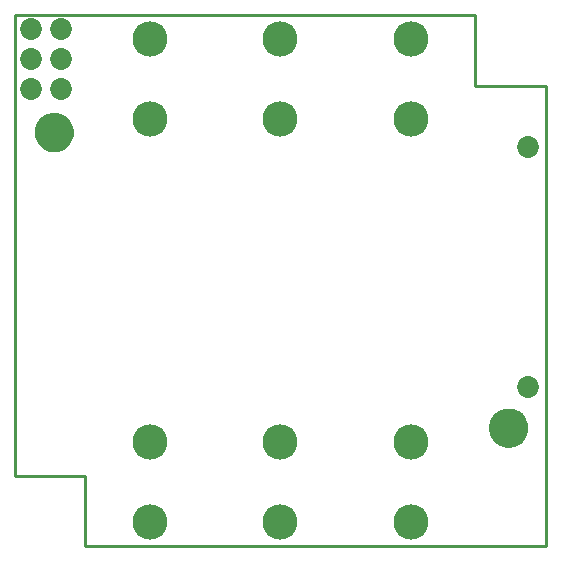
<source format=gbr>
G04 EAGLE Gerber RS-274X export*
G75*
%MOMM*%
%FSLAX34Y34*%
%LPD*%
%INSoldermask Bottom*%
%IPPOS*%
%AMOC8*
5,1,8,0,0,1.08239X$1,22.5*%
G01*
%ADD10C,3.251200*%
%ADD11C,1.853200*%
%ADD12C,2.978200*%
%ADD13C,0.254000*%


D10*
X417830Y100330D03*
X33020Y350520D03*
D11*
X434340Y337820D03*
X434340Y134620D03*
D12*
X114300Y361790D03*
X114300Y87790D03*
X114300Y429290D03*
X114300Y20290D03*
X224790Y361790D03*
X224790Y87790D03*
X224790Y429290D03*
X224790Y20290D03*
X335280Y361790D03*
X335280Y87790D03*
X335280Y429290D03*
X335280Y20290D03*
D11*
X39370Y438150D03*
X39370Y412750D03*
X39370Y387350D03*
X13970Y438150D03*
X13970Y412750D03*
X13970Y387350D03*
D13*
X0Y59690D02*
X59690Y59690D01*
X59690Y0D01*
X449580Y0D01*
X449580Y389890D01*
X389890Y389890D01*
X389890Y449580D01*
X0Y449580D01*
X0Y59690D01*
X433070Y99786D02*
X432992Y98700D01*
X432837Y97622D01*
X432606Y96559D01*
X432299Y95514D01*
X431919Y94494D01*
X431467Y93504D01*
X430945Y92549D01*
X430356Y91633D01*
X429704Y90761D01*
X428991Y89939D01*
X428221Y89169D01*
X427399Y88456D01*
X426527Y87804D01*
X425611Y87215D01*
X424656Y86693D01*
X423666Y86241D01*
X422646Y85861D01*
X421601Y85554D01*
X420538Y85323D01*
X419460Y85168D01*
X418374Y85090D01*
X417286Y85090D01*
X416200Y85168D01*
X415122Y85323D01*
X414059Y85554D01*
X413014Y85861D01*
X411994Y86241D01*
X411004Y86693D01*
X410049Y87215D01*
X409133Y87804D01*
X408261Y88456D01*
X407439Y89169D01*
X406669Y89939D01*
X405956Y90761D01*
X405304Y91633D01*
X404715Y92549D01*
X404193Y93504D01*
X403741Y94494D01*
X403361Y95514D01*
X403054Y96559D01*
X402823Y97622D01*
X402668Y98700D01*
X402590Y99786D01*
X402590Y100874D01*
X402668Y101960D01*
X402823Y103038D01*
X403054Y104101D01*
X403361Y105146D01*
X403741Y106166D01*
X404193Y107156D01*
X404715Y108111D01*
X405304Y109027D01*
X405956Y109899D01*
X406669Y110721D01*
X407439Y111491D01*
X408261Y112204D01*
X409133Y112856D01*
X410049Y113445D01*
X411004Y113967D01*
X411994Y114419D01*
X413014Y114799D01*
X414059Y115106D01*
X415122Y115337D01*
X416200Y115492D01*
X417286Y115570D01*
X418374Y115570D01*
X419460Y115492D01*
X420538Y115337D01*
X421601Y115106D01*
X422646Y114799D01*
X423666Y114419D01*
X424656Y113967D01*
X425611Y113445D01*
X426527Y112856D01*
X427399Y112204D01*
X428221Y111491D01*
X428991Y110721D01*
X429704Y109899D01*
X430356Y109027D01*
X430945Y108111D01*
X431467Y107156D01*
X431919Y106166D01*
X432299Y105146D01*
X432606Y104101D01*
X432837Y103038D01*
X432992Y101960D01*
X433070Y100874D01*
X433070Y99786D01*
X48260Y349976D02*
X48182Y348890D01*
X48027Y347812D01*
X47796Y346749D01*
X47489Y345704D01*
X47109Y344684D01*
X46657Y343694D01*
X46135Y342739D01*
X45546Y341823D01*
X44894Y340951D01*
X44181Y340129D01*
X43411Y339359D01*
X42589Y338646D01*
X41717Y337994D01*
X40801Y337405D01*
X39846Y336883D01*
X38856Y336431D01*
X37836Y336051D01*
X36791Y335744D01*
X35728Y335513D01*
X34650Y335358D01*
X33564Y335280D01*
X32476Y335280D01*
X31390Y335358D01*
X30312Y335513D01*
X29249Y335744D01*
X28204Y336051D01*
X27184Y336431D01*
X26194Y336883D01*
X25239Y337405D01*
X24323Y337994D01*
X23451Y338646D01*
X22629Y339359D01*
X21859Y340129D01*
X21146Y340951D01*
X20494Y341823D01*
X19905Y342739D01*
X19383Y343694D01*
X18931Y344684D01*
X18551Y345704D01*
X18244Y346749D01*
X18013Y347812D01*
X17858Y348890D01*
X17780Y349976D01*
X17780Y351064D01*
X17858Y352150D01*
X18013Y353228D01*
X18244Y354291D01*
X18551Y355336D01*
X18931Y356356D01*
X19383Y357346D01*
X19905Y358301D01*
X20494Y359217D01*
X21146Y360089D01*
X21859Y360911D01*
X22629Y361681D01*
X23451Y362394D01*
X24323Y363046D01*
X25239Y363635D01*
X26194Y364157D01*
X27184Y364609D01*
X28204Y364989D01*
X29249Y365296D01*
X30312Y365527D01*
X31390Y365682D01*
X32476Y365760D01*
X33564Y365760D01*
X34650Y365682D01*
X35728Y365527D01*
X36791Y365296D01*
X37836Y364989D01*
X38856Y364609D01*
X39846Y364157D01*
X40801Y363635D01*
X41717Y363046D01*
X42589Y362394D01*
X43411Y361681D01*
X44181Y360911D01*
X44894Y360089D01*
X45546Y359217D01*
X46135Y358301D01*
X46657Y357346D01*
X47109Y356356D01*
X47489Y355336D01*
X47796Y354291D01*
X48027Y353228D01*
X48182Y352150D01*
X48260Y351064D01*
X48260Y349976D01*
M02*

</source>
